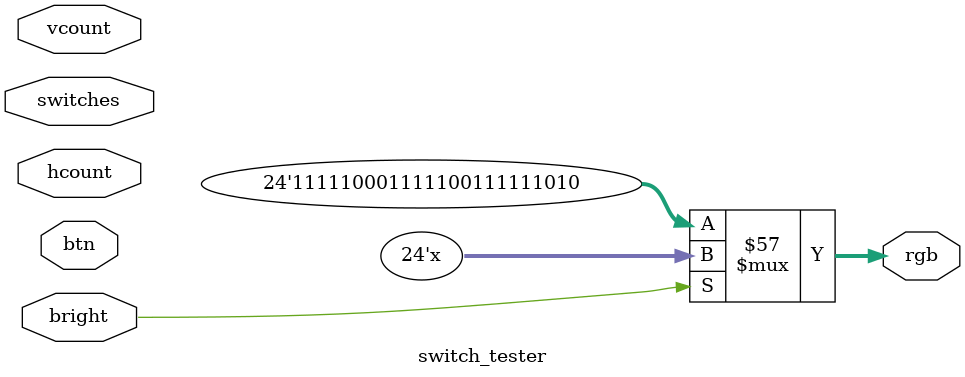
<source format=v>
module switch_tester(bright, btn, switches, hcount, vcount, rgb);
	input					bright, btn;
	input 	  [7:0] 	switches;
	input 	  [9:0]  hcount, vcount;
	output reg [23:0] rgb;
	
	reg [23:0] rgbout;
	
	parameter rgb_bg    = 24'hf8f9fa;
	parameter rgb_swon  = 24'hdc3545;
	parameter rgb_swoff = 24'h6c757d;
	
	parameter size = 10'd20;
	parameter x_start = 10'd200;
	parameter y_start = 10'd200;
	parameter offset = 10'd50;
	
	always @(*) begin
		rgbout <= rgb_bg;
		
		// switch 0
		if (vcount >= y_start && vcount < (y_start + size))
			if (hcount >= x_start && hcount < (x_start + size))
				if (switches[7])
					rgbout <= rgb_swon;
				else
					rgbout <= rgb_swoff;
	
		
		// switch 1
		if (vcount >= y_start && vcount < (y_start + size))
			if (hcount >= (x_start + offset + size) && hcount < (x_start + offset + 2*size))
				if (switches[6])
					rgbout <= rgb_swon;
				else
					rgbout <= rgb_swoff;
		
		
		// switch 2
		if (vcount >= y_start && vcount < (y_start + size))
			if (hcount >= (x_start + 2*offset + 2*size) && hcount < (x_start + 2*offset + 3*size))
				if (switches[5])
					rgbout <= rgb_swon;
				else
					rgbout <= rgb_swoff;
					
		
		// switch 3
		if (vcount >= y_start && vcount < (y_start + size))
			if (hcount >= (x_start + 3*offset + 3*size) && hcount < (x_start + 3*offset + 4*size))
				if (switches[4])
					rgbout <= rgb_swon;
				else
					rgbout <= rgb_swoff;
		
		
		// switch 4
		if (vcount >= y_start && vcount < (y_start + size))
			if (hcount >= (x_start + 4*offset + 4*size) && hcount < (x_start + 4*offset + 5*size))
				if (switches[3])
					rgbout <= rgb_swon;
				else
					rgbout <= rgb_swoff;
		
		
		// switch 5
		if (vcount >= y_start && vcount < (y_start + size))
			if (hcount >= (x_start + 5*offset + 5*size) && hcount < (x_start + 5*offset + 6*size))
				if (switches[2])
					rgbout <= rgb_swon;
				else
					rgbout <= rgb_swoff;			
		
		// switch 6
		if (vcount >= y_start && vcount < (y_start + size))
			if (hcount >= (x_start + 6*offset + 6*size) && hcount < (x_start + 6*offset + 7*size))
				if (switches[1])
					rgbout <= rgb_swon;
				else
					rgbout <= rgb_swoff;
					
		// switch 7
		if (vcount >= y_start && vcount < (y_start + size))
			if (hcount >= (x_start + 7*offset + 7*size) && hcount < (x_start + 7*offset + 8*size))
				if (switches[0])
					rgbout <= rgb_swon;
				else
					rgbout <= rgb_swoff;
					
		// button
		if (vcount >= (y_start + 2*size) && vcount < (y_start + 3*size))
			if (hcount >= x_start && hcount < (x_start + 7*offset + 8*size))
				if (btn)
					rgbout <= rgb_swon;
				else
					rgbout <= rgb_swoff;

		if (bright)
			rgb <= rgbout;
		else
			rgb <= rgb_bg;
	
	end

endmodule

</source>
